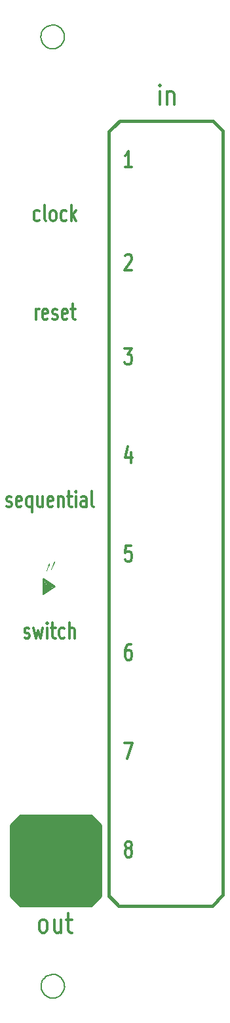
<source format=gto>
G04 (created by PCBNEW-RS274X (2012-01-19 BZR 3256)-stable) date 12/6/2012 8:31:16 PM*
G01*
G70*
G90*
%MOIN*%
G04 Gerber Fmt 3.4, Leading zero omitted, Abs format*
%FSLAX34Y34*%
G04 APERTURE LIST*
%ADD10C,0.006000*%
%ADD11C,0.015000*%
%ADD12C,0.010000*%
%ADD13C,0.012000*%
%ADD14C,0.008000*%
%ADD15C,0.004000*%
G04 APERTURE END LIST*
G54D10*
G54D11*
X11475Y-32576D02*
X11925Y-32576D01*
X10925Y-33126D02*
X11475Y-32576D01*
X10925Y-71876D02*
X10925Y-33126D01*
X11425Y-72376D02*
X10925Y-71876D01*
X16175Y-72376D02*
X11425Y-72376D01*
X16725Y-71826D02*
X16175Y-72376D01*
X16725Y-33076D02*
X16725Y-71826D01*
X16225Y-32576D02*
X16725Y-33076D01*
X11975Y-32576D02*
X16225Y-32576D01*
G54D12*
X10925Y-33075D02*
X10925Y-71825D01*
X11425Y-32575D02*
X10925Y-33075D01*
X11425Y-72325D02*
X10925Y-71825D01*
X12425Y-32575D02*
X15675Y-32575D01*
G54D13*
X13513Y-31730D02*
X13513Y-31063D01*
X13513Y-30730D02*
X13475Y-30777D01*
X13513Y-30825D01*
X13552Y-30777D01*
X13513Y-30730D01*
X13513Y-30825D01*
X13894Y-31063D02*
X13894Y-31730D01*
X13894Y-31158D02*
X13933Y-31111D01*
X14009Y-31063D01*
X14123Y-31063D01*
X14199Y-31111D01*
X14237Y-31206D01*
X14237Y-31730D01*
X07528Y-73730D02*
X07452Y-73682D01*
X07413Y-73635D01*
X07375Y-73539D01*
X07375Y-73254D01*
X07413Y-73158D01*
X07452Y-73111D01*
X07528Y-73063D01*
X07642Y-73063D01*
X07718Y-73111D01*
X07756Y-73158D01*
X07794Y-73254D01*
X07794Y-73539D01*
X07756Y-73635D01*
X07718Y-73682D01*
X07642Y-73730D01*
X07528Y-73730D01*
X08480Y-73063D02*
X08480Y-73730D01*
X08137Y-73063D02*
X08137Y-73587D01*
X08176Y-73682D01*
X08252Y-73730D01*
X08366Y-73730D01*
X08442Y-73682D01*
X08480Y-73635D01*
X08747Y-73063D02*
X09052Y-73063D01*
X08861Y-72730D02*
X08861Y-73587D01*
X08900Y-73682D01*
X08976Y-73730D01*
X09052Y-73730D01*
X11869Y-69442D02*
X11811Y-69404D01*
X11783Y-69365D01*
X11754Y-69289D01*
X11754Y-69251D01*
X11783Y-69175D01*
X11811Y-69137D01*
X11869Y-69099D01*
X11983Y-69099D01*
X12040Y-69137D01*
X12069Y-69175D01*
X12097Y-69251D01*
X12097Y-69289D01*
X12069Y-69365D01*
X12040Y-69404D01*
X11983Y-69442D01*
X11869Y-69442D01*
X11811Y-69480D01*
X11783Y-69518D01*
X11754Y-69594D01*
X11754Y-69746D01*
X11783Y-69823D01*
X11811Y-69861D01*
X11869Y-69899D01*
X11983Y-69899D01*
X12040Y-69861D01*
X12069Y-69823D01*
X12097Y-69746D01*
X12097Y-69594D01*
X12069Y-69518D01*
X12040Y-69480D01*
X11983Y-69442D01*
X11726Y-64099D02*
X12126Y-64099D01*
X11869Y-64899D01*
X12040Y-59099D02*
X11926Y-59099D01*
X11869Y-59137D01*
X11840Y-59175D01*
X11783Y-59289D01*
X11754Y-59442D01*
X11754Y-59746D01*
X11783Y-59823D01*
X11811Y-59861D01*
X11869Y-59899D01*
X11983Y-59899D01*
X12040Y-59861D01*
X12069Y-59823D01*
X12097Y-59746D01*
X12097Y-59556D01*
X12069Y-59480D01*
X12040Y-59442D01*
X11983Y-59404D01*
X11869Y-59404D01*
X11811Y-59442D01*
X11783Y-59480D01*
X11754Y-59556D01*
X12069Y-54099D02*
X11783Y-54099D01*
X11754Y-54480D01*
X11783Y-54442D01*
X11840Y-54404D01*
X11983Y-54404D01*
X12040Y-54442D01*
X12069Y-54480D01*
X12097Y-54556D01*
X12097Y-54746D01*
X12069Y-54823D01*
X12040Y-54861D01*
X11983Y-54899D01*
X11840Y-54899D01*
X11783Y-54861D01*
X11754Y-54823D01*
X12040Y-49365D02*
X12040Y-49899D01*
X11897Y-49061D02*
X11754Y-49632D01*
X12126Y-49632D01*
X11726Y-44099D02*
X12097Y-44099D01*
X11897Y-44404D01*
X11983Y-44404D01*
X12040Y-44442D01*
X12069Y-44480D01*
X12097Y-44556D01*
X12097Y-44746D01*
X12069Y-44823D01*
X12040Y-44861D01*
X11983Y-44899D01*
X11811Y-44899D01*
X11754Y-44861D01*
X11726Y-44823D01*
X11754Y-39425D02*
X11783Y-39387D01*
X11840Y-39349D01*
X11983Y-39349D01*
X12040Y-39387D01*
X12069Y-39425D01*
X12097Y-39501D01*
X12097Y-39577D01*
X12069Y-39692D01*
X11726Y-40149D01*
X12097Y-40149D01*
X12097Y-34899D02*
X11754Y-34899D01*
X11926Y-34899D02*
X11926Y-34099D01*
X11869Y-34213D01*
X11811Y-34289D01*
X11754Y-34327D01*
X07204Y-42649D02*
X07204Y-42115D01*
X07204Y-42268D02*
X07232Y-42192D01*
X07261Y-42154D01*
X07318Y-42115D01*
X07375Y-42115D01*
X07803Y-42611D02*
X07746Y-42649D01*
X07632Y-42649D01*
X07575Y-42611D01*
X07546Y-42535D01*
X07546Y-42230D01*
X07575Y-42154D01*
X07632Y-42115D01*
X07746Y-42115D01*
X07803Y-42154D01*
X07832Y-42230D01*
X07832Y-42306D01*
X07546Y-42382D01*
X08060Y-42611D02*
X08117Y-42649D01*
X08232Y-42649D01*
X08289Y-42611D01*
X08317Y-42535D01*
X08317Y-42496D01*
X08289Y-42420D01*
X08232Y-42382D01*
X08146Y-42382D01*
X08089Y-42344D01*
X08060Y-42268D01*
X08060Y-42230D01*
X08089Y-42154D01*
X08146Y-42115D01*
X08232Y-42115D01*
X08289Y-42154D01*
X08803Y-42611D02*
X08746Y-42649D01*
X08632Y-42649D01*
X08575Y-42611D01*
X08546Y-42535D01*
X08546Y-42230D01*
X08575Y-42154D01*
X08632Y-42115D01*
X08746Y-42115D01*
X08803Y-42154D01*
X08832Y-42230D01*
X08832Y-42306D01*
X08546Y-42382D01*
X09003Y-42115D02*
X09232Y-42115D01*
X09089Y-41849D02*
X09089Y-42535D01*
X09117Y-42611D01*
X09175Y-42649D01*
X09232Y-42649D01*
X07390Y-37611D02*
X07333Y-37649D01*
X07219Y-37649D01*
X07161Y-37611D01*
X07133Y-37573D01*
X07104Y-37496D01*
X07104Y-37268D01*
X07133Y-37192D01*
X07161Y-37154D01*
X07219Y-37115D01*
X07333Y-37115D01*
X07390Y-37154D01*
X07733Y-37649D02*
X07675Y-37611D01*
X07647Y-37535D01*
X07647Y-36849D01*
X08047Y-37649D02*
X07989Y-37611D01*
X07961Y-37573D01*
X07932Y-37496D01*
X07932Y-37268D01*
X07961Y-37192D01*
X07989Y-37154D01*
X08047Y-37115D01*
X08132Y-37115D01*
X08189Y-37154D01*
X08218Y-37192D01*
X08247Y-37268D01*
X08247Y-37496D01*
X08218Y-37573D01*
X08189Y-37611D01*
X08132Y-37649D01*
X08047Y-37649D01*
X08761Y-37611D02*
X08704Y-37649D01*
X08590Y-37649D01*
X08532Y-37611D01*
X08504Y-37573D01*
X08475Y-37496D01*
X08475Y-37268D01*
X08504Y-37192D01*
X08532Y-37154D01*
X08590Y-37115D01*
X08704Y-37115D01*
X08761Y-37154D01*
X09018Y-37649D02*
X09018Y-36849D01*
X09075Y-37344D02*
X09246Y-37649D01*
X09246Y-37115D02*
X09018Y-37420D01*
X06639Y-58762D02*
X06696Y-58800D01*
X06811Y-58800D01*
X06868Y-58762D01*
X06896Y-58686D01*
X06896Y-58647D01*
X06868Y-58571D01*
X06811Y-58533D01*
X06725Y-58533D01*
X06668Y-58495D01*
X06639Y-58419D01*
X06639Y-58381D01*
X06668Y-58305D01*
X06725Y-58266D01*
X06811Y-58266D01*
X06868Y-58305D01*
X07097Y-58266D02*
X07211Y-58800D01*
X07325Y-58419D01*
X07440Y-58800D01*
X07554Y-58266D01*
X07783Y-58800D02*
X07783Y-58266D01*
X07783Y-58000D02*
X07754Y-58038D01*
X07783Y-58076D01*
X07811Y-58038D01*
X07783Y-58000D01*
X07783Y-58076D01*
X07983Y-58266D02*
X08212Y-58266D01*
X08069Y-58000D02*
X08069Y-58686D01*
X08097Y-58762D01*
X08155Y-58800D01*
X08212Y-58800D01*
X08669Y-58762D02*
X08612Y-58800D01*
X08498Y-58800D01*
X08440Y-58762D01*
X08412Y-58724D01*
X08383Y-58647D01*
X08383Y-58419D01*
X08412Y-58343D01*
X08440Y-58305D01*
X08498Y-58266D01*
X08612Y-58266D01*
X08669Y-58305D01*
X08926Y-58800D02*
X08926Y-58000D01*
X09183Y-58800D02*
X09183Y-58381D01*
X09154Y-58305D01*
X09097Y-58266D01*
X09012Y-58266D01*
X08954Y-58305D01*
X08926Y-58343D01*
X05725Y-52111D02*
X05782Y-52149D01*
X05897Y-52149D01*
X05954Y-52111D01*
X05982Y-52035D01*
X05982Y-51996D01*
X05954Y-51920D01*
X05897Y-51882D01*
X05811Y-51882D01*
X05754Y-51844D01*
X05725Y-51768D01*
X05725Y-51730D01*
X05754Y-51654D01*
X05811Y-51615D01*
X05897Y-51615D01*
X05954Y-51654D01*
X06468Y-52111D02*
X06411Y-52149D01*
X06297Y-52149D01*
X06240Y-52111D01*
X06211Y-52035D01*
X06211Y-51730D01*
X06240Y-51654D01*
X06297Y-51615D01*
X06411Y-51615D01*
X06468Y-51654D01*
X06497Y-51730D01*
X06497Y-51806D01*
X06211Y-51882D01*
X07011Y-51615D02*
X07011Y-52415D01*
X07011Y-52111D02*
X06954Y-52149D01*
X06840Y-52149D01*
X06782Y-52111D01*
X06754Y-52073D01*
X06725Y-51996D01*
X06725Y-51768D01*
X06754Y-51692D01*
X06782Y-51654D01*
X06840Y-51615D01*
X06954Y-51615D01*
X07011Y-51654D01*
X07554Y-51615D02*
X07554Y-52149D01*
X07297Y-51615D02*
X07297Y-52035D01*
X07325Y-52111D01*
X07383Y-52149D01*
X07468Y-52149D01*
X07525Y-52111D01*
X07554Y-52073D01*
X08068Y-52111D02*
X08011Y-52149D01*
X07897Y-52149D01*
X07840Y-52111D01*
X07811Y-52035D01*
X07811Y-51730D01*
X07840Y-51654D01*
X07897Y-51615D01*
X08011Y-51615D01*
X08068Y-51654D01*
X08097Y-51730D01*
X08097Y-51806D01*
X07811Y-51882D01*
X08354Y-51615D02*
X08354Y-52149D01*
X08354Y-51692D02*
X08382Y-51654D01*
X08440Y-51615D01*
X08525Y-51615D01*
X08582Y-51654D01*
X08611Y-51730D01*
X08611Y-52149D01*
X08811Y-51615D02*
X09040Y-51615D01*
X08897Y-51349D02*
X08897Y-52035D01*
X08925Y-52111D01*
X08983Y-52149D01*
X09040Y-52149D01*
X09240Y-52149D02*
X09240Y-51615D01*
X09240Y-51349D02*
X09211Y-51387D01*
X09240Y-51425D01*
X09268Y-51387D01*
X09240Y-51349D01*
X09240Y-51425D01*
X09783Y-52149D02*
X09783Y-51730D01*
X09754Y-51654D01*
X09697Y-51615D01*
X09583Y-51615D01*
X09526Y-51654D01*
X09783Y-52111D02*
X09726Y-52149D01*
X09583Y-52149D01*
X09526Y-52111D01*
X09497Y-52035D01*
X09497Y-51958D01*
X09526Y-51882D01*
X09583Y-51844D01*
X09726Y-51844D01*
X09783Y-51806D01*
X10155Y-52149D02*
X10097Y-52111D01*
X10069Y-52035D01*
X10069Y-51349D01*
G54D14*
X07575Y-55775D02*
X07575Y-56575D01*
X07575Y-56575D02*
X08175Y-56175D01*
X08175Y-56175D02*
X07575Y-55775D01*
X07575Y-55775D02*
X07625Y-56500D01*
X07625Y-56500D02*
X08075Y-56150D01*
X08075Y-56150D02*
X07625Y-55875D01*
X07625Y-55875D02*
X07675Y-56400D01*
X07675Y-56400D02*
X07975Y-56150D01*
X07975Y-56150D02*
X07700Y-55975D01*
X07700Y-55975D02*
X07725Y-56300D01*
X07725Y-56300D02*
X07875Y-56150D01*
X07875Y-56150D02*
X07750Y-56075D01*
X07750Y-56075D02*
X07775Y-56175D01*
G54D15*
X07875Y-55125D02*
X07900Y-55000D01*
X07825Y-55100D02*
X07875Y-55125D01*
X07900Y-55000D02*
X07825Y-55100D01*
X07750Y-55375D02*
X07900Y-55000D01*
X08000Y-55300D02*
X08150Y-54925D01*
X08150Y-54925D02*
X08075Y-55025D01*
X08075Y-55025D02*
X08125Y-55050D01*
X08125Y-55050D02*
X08150Y-54925D01*
G54D10*
X08670Y-76446D02*
X08658Y-76562D01*
X08624Y-76674D01*
X08569Y-76778D01*
X08495Y-76868D01*
X08405Y-76943D01*
X08302Y-76999D01*
X08190Y-77033D01*
X08074Y-77045D01*
X07958Y-77035D01*
X07846Y-77002D01*
X07742Y-76948D01*
X07651Y-76874D01*
X07575Y-76784D01*
X07519Y-76682D01*
X07484Y-76570D01*
X07471Y-76454D01*
X07480Y-76338D01*
X07513Y-76226D01*
X07566Y-76121D01*
X07639Y-76030D01*
X07728Y-75954D01*
X07830Y-75897D01*
X07942Y-75860D01*
X08058Y-75847D01*
X08174Y-75856D01*
X08286Y-75887D01*
X08391Y-75940D01*
X08483Y-76012D01*
X08560Y-76101D01*
X08618Y-76202D01*
X08655Y-76314D01*
X08669Y-76430D01*
X08670Y-76446D01*
X08660Y-28316D02*
X08648Y-28432D01*
X08614Y-28544D01*
X08559Y-28648D01*
X08485Y-28738D01*
X08395Y-28813D01*
X08292Y-28869D01*
X08180Y-28903D01*
X08064Y-28915D01*
X07948Y-28905D01*
X07836Y-28872D01*
X07732Y-28818D01*
X07641Y-28744D01*
X07565Y-28654D01*
X07509Y-28552D01*
X07474Y-28440D01*
X07461Y-28324D01*
X07470Y-28208D01*
X07503Y-28096D01*
X07556Y-27991D01*
X07629Y-27900D01*
X07718Y-27824D01*
X07820Y-27767D01*
X07932Y-27730D01*
X08048Y-27717D01*
X08164Y-27726D01*
X08276Y-27757D01*
X08381Y-27810D01*
X08473Y-27882D01*
X08550Y-27971D01*
X08608Y-28072D01*
X08645Y-28184D01*
X08659Y-28300D01*
X08660Y-28316D01*
G36*
X10035Y-72366D02*
X10535Y-71866D01*
X10535Y-68266D01*
X10035Y-67766D01*
X06435Y-67766D01*
X05935Y-68266D01*
X05935Y-71866D01*
X06435Y-72366D01*
X10035Y-72366D01*
X10035Y-72366D01*
G37*
G54D12*
X10035Y-72366D02*
X10535Y-71866D01*
X10535Y-68266D01*
X10035Y-67766D01*
X06435Y-67766D01*
X05935Y-68266D01*
X05935Y-71866D01*
X06435Y-72366D01*
X10035Y-72366D01*
M02*

</source>
